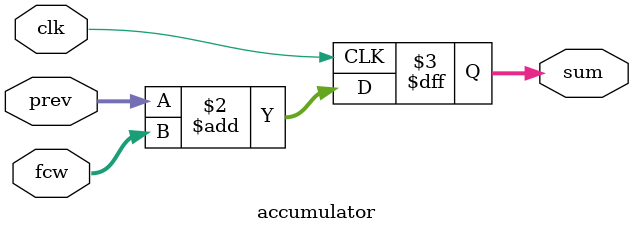
<source format=v>
module accumulator
(clk, fcw, prev, sum);
parameter S = 10;

input          clk;
input  [S-1:0] fcw;
input  [S-1:0] prev;
output [S-1:0] sum;
reg    [S-1:0] sum;

always @(posedge clk)
begin
	sum <= prev + fcw;
end
endmodule

</source>
